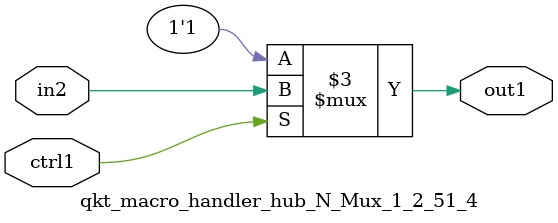
<source format=v>

`timescale 1ps / 1ps


module qkt_macro_handler_hub_N_Mux_1_2_51_4( in2, ctrl1, out1 );

    input in2;
    input ctrl1;
    output out1;
    reg out1;

    
    // rtl_process:qkt_macro_handler_hub_N_Mux_1_2_51_4/qkt_macro_handler_hub_N_Mux_1_2_51_4_thread_1
    always @*
      begin : qkt_macro_handler_hub_N_Mux_1_2_51_4_thread_1
        case (ctrl1) 
          1'b1: 
            begin
              out1 = in2;
            end
          default: 
            begin
              out1 = 1'b1;
            end
        endcase
      end

endmodule



</source>
